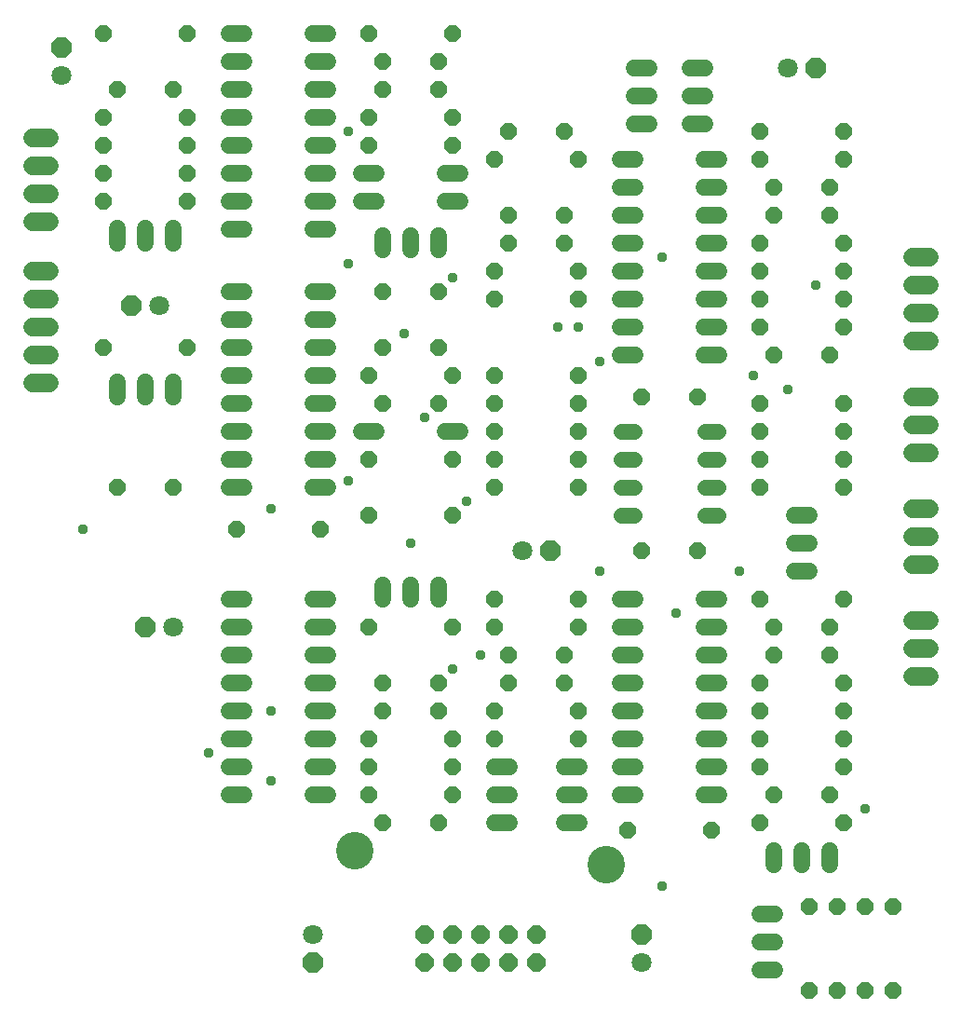
<source format=gbs>
G04 EAGLE Gerber RS-274X export*
G75*
%MOMM*%
%FSLAX34Y34*%
%LPD*%
%INSoldermask Bottom*%
%IPPOS*%
%AMOC8*
5,1,8,0,0,1.08239X$1,22.5*%
G01*
%ADD10C,3.403600*%
%ADD11P,1.951982X8X112.500000*%
%ADD12C,1.803400*%
%ADD13P,1.951982X8X292.500000*%
%ADD14P,1.759533X8X22.500000*%
%ADD15C,1.524000*%
%ADD16P,1.649562X8X22.500000*%
%ADD17C,1.411200*%
%ADD18P,1.649562X8X202.500000*%
%ADD19P,1.951982X8X22.500000*%
%ADD20P,1.951982X8X202.500000*%
%ADD21P,1.649562X8X292.500000*%
%ADD22P,1.649562X8X112.500000*%
%ADD23C,1.727200*%
%ADD24C,0.959600*%


D10*
X311150Y158750D03*
X539750Y146050D03*
D11*
X571500Y82550D03*
D12*
X571500Y57150D03*
D13*
X273050Y57150D03*
D12*
X273050Y82550D03*
D14*
X374650Y57150D03*
X374650Y82550D03*
X400050Y57150D03*
X400050Y82550D03*
X425450Y57150D03*
X425450Y82550D03*
X450850Y57150D03*
X450850Y82550D03*
X476250Y57150D03*
X476250Y82550D03*
D15*
X628396Y209550D02*
X641604Y209550D01*
X641604Y234950D02*
X628396Y234950D01*
X628396Y260350D02*
X641604Y260350D01*
X641604Y285750D02*
X628396Y285750D01*
X628396Y311150D02*
X641604Y311150D01*
X641604Y336550D02*
X628396Y336550D01*
X628396Y361950D02*
X641604Y361950D01*
X641604Y387350D02*
X628396Y387350D01*
X565404Y387350D02*
X552196Y387350D01*
X552196Y361950D02*
X565404Y361950D01*
X565404Y336550D02*
X552196Y336550D01*
X552196Y311150D02*
X565404Y311150D01*
X565404Y285750D02*
X552196Y285750D01*
X552196Y260350D02*
X565404Y260350D01*
X565404Y234950D02*
X552196Y234950D01*
X552196Y209550D02*
X565404Y209550D01*
X286004Y488950D02*
X272796Y488950D01*
X272796Y514350D02*
X286004Y514350D01*
X286004Y641350D02*
X272796Y641350D01*
X272796Y666750D02*
X286004Y666750D01*
X286004Y539750D02*
X272796Y539750D01*
X272796Y565150D02*
X286004Y565150D01*
X286004Y615950D02*
X272796Y615950D01*
X272796Y590550D02*
X286004Y590550D01*
X209804Y666750D02*
X196596Y666750D01*
X196596Y641350D02*
X209804Y641350D01*
X209804Y615950D02*
X196596Y615950D01*
X196596Y590550D02*
X209804Y590550D01*
X209804Y565150D02*
X196596Y565150D01*
X196596Y539750D02*
X209804Y539750D01*
X209804Y514350D02*
X196596Y514350D01*
X196596Y488950D02*
X209804Y488950D01*
X272796Y209550D02*
X286004Y209550D01*
X286004Y234950D02*
X272796Y234950D01*
X272796Y361950D02*
X286004Y361950D01*
X286004Y387350D02*
X272796Y387350D01*
X272796Y260350D02*
X286004Y260350D01*
X286004Y285750D02*
X272796Y285750D01*
X272796Y336550D02*
X286004Y336550D01*
X286004Y311150D02*
X272796Y311150D01*
X209804Y387350D02*
X196596Y387350D01*
X196596Y361950D02*
X209804Y361950D01*
X209804Y336550D02*
X196596Y336550D01*
X196596Y311150D02*
X209804Y311150D01*
X209804Y285750D02*
X196596Y285750D01*
X196596Y260350D02*
X209804Y260350D01*
X209804Y234950D02*
X196596Y234950D01*
X196596Y209550D02*
X209804Y209550D01*
X628396Y609600D02*
X641604Y609600D01*
X641604Y635000D02*
X628396Y635000D01*
X628396Y660400D02*
X641604Y660400D01*
X641604Y685800D02*
X628396Y685800D01*
X628396Y711200D02*
X641604Y711200D01*
X641604Y736600D02*
X628396Y736600D01*
X628396Y762000D02*
X641604Y762000D01*
X641604Y787400D02*
X628396Y787400D01*
X565404Y787400D02*
X552196Y787400D01*
X552196Y762000D02*
X565404Y762000D01*
X565404Y736600D02*
X552196Y736600D01*
X552196Y711200D02*
X565404Y711200D01*
X565404Y685800D02*
X552196Y685800D01*
X552196Y660400D02*
X565404Y660400D01*
X565404Y635000D02*
X552196Y635000D01*
X552196Y609600D02*
X565404Y609600D01*
X286004Y723900D02*
X272796Y723900D01*
X272796Y749300D02*
X286004Y749300D01*
X286004Y774700D02*
X272796Y774700D01*
X272796Y800100D02*
X286004Y800100D01*
X286004Y825500D02*
X272796Y825500D01*
X272796Y850900D02*
X286004Y850900D01*
X286004Y876300D02*
X272796Y876300D01*
X272796Y901700D02*
X286004Y901700D01*
X209804Y901700D02*
X196596Y901700D01*
X196596Y876300D02*
X209804Y876300D01*
X209804Y850900D02*
X196596Y850900D01*
X196596Y825500D02*
X209804Y825500D01*
X209804Y800100D02*
X196596Y800100D01*
X196596Y774700D02*
X209804Y774700D01*
X209804Y749300D02*
X196596Y749300D01*
X196596Y723900D02*
X209804Y723900D01*
X710946Y412750D02*
X724154Y412750D01*
X724154Y463550D02*
X710946Y463550D01*
X710946Y438150D02*
X724154Y438150D01*
D16*
X679450Y488950D03*
X755650Y488950D03*
D17*
X641040Y463550D02*
X628960Y463550D01*
X628960Y488950D02*
X641040Y488950D01*
X641040Y514350D02*
X628960Y514350D01*
X628960Y539750D02*
X641040Y539750D01*
X564840Y539750D02*
X552760Y539750D01*
X552760Y514350D02*
X564840Y514350D01*
X564840Y488950D02*
X552760Y488950D01*
X552760Y463550D02*
X564840Y463550D01*
D18*
X755650Y565150D03*
X679450Y565150D03*
X755650Y514350D03*
X679450Y514350D03*
D16*
X679450Y539750D03*
X755650Y539750D03*
X679450Y660400D03*
X755650Y660400D03*
D18*
X755650Y635000D03*
X679450Y635000D03*
D16*
X692150Y762000D03*
X742950Y762000D03*
X692150Y609600D03*
X742950Y609600D03*
X679450Y711200D03*
X755650Y711200D03*
D15*
X578104Y819150D02*
X564896Y819150D01*
X564896Y869950D02*
X578104Y869950D01*
X578104Y844550D02*
X564896Y844550D01*
X615696Y819150D02*
X628904Y819150D01*
X628904Y869950D02*
X615696Y869950D01*
X615696Y844550D02*
X628904Y844550D01*
D18*
X755650Y685800D03*
X679450Y685800D03*
D19*
X730250Y869950D03*
D12*
X704850Y869950D03*
D16*
X679450Y787400D03*
X755650Y787400D03*
X438150Y660400D03*
X514350Y660400D03*
D18*
X514350Y685800D03*
X438150Y685800D03*
X501650Y711200D03*
X450850Y711200D03*
D16*
X438150Y787400D03*
X514350Y787400D03*
D18*
X755650Y812800D03*
X679450Y812800D03*
D16*
X679450Y311150D03*
X755650Y311150D03*
D15*
X692150Y159004D02*
X692150Y145796D01*
X742950Y145796D02*
X742950Y159004D01*
X717550Y159004D02*
X717550Y145796D01*
D18*
X755650Y184150D03*
X679450Y184150D03*
X755650Y285750D03*
X679450Y285750D03*
X755650Y260350D03*
X679450Y260350D03*
X755650Y234950D03*
X679450Y234950D03*
D16*
X692150Y209550D03*
X742950Y209550D03*
X692150Y361950D03*
X742950Y361950D03*
X679450Y387350D03*
X755650Y387350D03*
D15*
X406654Y774700D02*
X393446Y774700D01*
X330454Y774700D02*
X317246Y774700D01*
X317246Y749300D02*
X330454Y749300D01*
X393446Y749300D02*
X406654Y749300D01*
D18*
X387350Y876300D03*
X336550Y876300D03*
D15*
X336550Y717804D02*
X336550Y704596D01*
X387350Y704596D02*
X387350Y717804D01*
X361950Y717804D02*
X361950Y704596D01*
D16*
X323850Y800100D03*
X400050Y800100D03*
D18*
X400050Y825500D03*
X323850Y825500D03*
D16*
X323850Y901700D03*
X400050Y901700D03*
X450850Y812800D03*
X501650Y812800D03*
X438150Y590550D03*
X514350Y590550D03*
D15*
X95250Y710946D02*
X95250Y724154D01*
X146050Y724154D02*
X146050Y710946D01*
X120650Y710946D02*
X120650Y724154D01*
D18*
X400050Y514350D03*
X323850Y514350D03*
X158750Y800100D03*
X82550Y800100D03*
X158750Y774700D03*
X82550Y774700D03*
X158750Y749300D03*
X82550Y749300D03*
D20*
X107950Y654050D03*
D12*
X133350Y654050D03*
D18*
X158750Y825500D03*
X82550Y825500D03*
X158750Y901700D03*
X82550Y901700D03*
D11*
X44450Y889000D03*
D12*
X44450Y863600D03*
D18*
X514350Y565150D03*
X438150Y565150D03*
X514350Y539750D03*
X438150Y539750D03*
X514350Y514350D03*
X438150Y514350D03*
X514350Y488950D03*
X438150Y488950D03*
D16*
X336550Y311150D03*
X387350Y311150D03*
X323850Y260350D03*
X400050Y260350D03*
D18*
X387350Y184150D03*
X336550Y184150D03*
D16*
X323850Y234950D03*
X400050Y234950D03*
D18*
X400050Y209550D03*
X323850Y209550D03*
D20*
X120650Y361950D03*
D12*
X146050Y361950D03*
D16*
X323850Y361950D03*
X400050Y361950D03*
D15*
X387350Y387096D02*
X387350Y400304D01*
X336550Y400304D02*
X336550Y387096D01*
X361950Y387096D02*
X361950Y400304D01*
D16*
X323850Y463550D03*
X400050Y463550D03*
D15*
X437896Y184150D02*
X451104Y184150D01*
X451104Y234950D02*
X437896Y234950D01*
X437896Y209550D02*
X451104Y209550D01*
D18*
X279400Y450850D03*
X203200Y450850D03*
D15*
X317246Y539750D02*
X330454Y539750D01*
X393446Y539750D02*
X406654Y539750D01*
D16*
X323850Y590550D03*
X400050Y590550D03*
D18*
X387350Y565150D03*
X336550Y565150D03*
X514350Y285750D03*
X438150Y285750D03*
D16*
X336550Y615950D03*
X387350Y615950D03*
D18*
X514350Y260350D03*
X438150Y260350D03*
D16*
X450850Y311150D03*
X501650Y311150D03*
D18*
X514350Y361950D03*
X438150Y361950D03*
X514350Y387350D03*
X438150Y387350D03*
D19*
X488950Y431800D03*
D12*
X463550Y431800D03*
D15*
X501396Y234950D02*
X514604Y234950D01*
X514604Y184150D02*
X501396Y184150D01*
X501396Y209550D02*
X514604Y209550D01*
D16*
X558800Y177800D03*
X635000Y177800D03*
D15*
X95250Y571246D02*
X95250Y584454D01*
X146050Y584454D02*
X146050Y571246D01*
X120650Y571246D02*
X120650Y584454D01*
X679196Y101600D02*
X692404Y101600D01*
X692404Y50800D02*
X679196Y50800D01*
X679196Y76200D02*
X692404Y76200D01*
D18*
X158750Y615950D03*
X82550Y615950D03*
D21*
X800100Y107950D03*
X800100Y31750D03*
X749300Y107950D03*
X749300Y31750D03*
D22*
X723900Y31750D03*
X723900Y107950D03*
D21*
X774700Y107950D03*
X774700Y31750D03*
D18*
X501650Y336550D03*
X450850Y336550D03*
X146050Y850900D03*
X95250Y850900D03*
X501650Y736600D03*
X450850Y736600D03*
D16*
X692150Y736600D03*
X742950Y736600D03*
X336550Y850900D03*
X387350Y850900D03*
X692150Y336550D03*
X742950Y336550D03*
X336550Y285750D03*
X387350Y285750D03*
D18*
X146050Y488950D03*
X95250Y488950D03*
D16*
X336550Y666750D03*
X387350Y666750D03*
D18*
X622300Y571500D03*
X571500Y571500D03*
D16*
X571500Y431800D03*
X622300Y431800D03*
D23*
X817880Y622300D02*
X833120Y622300D01*
X833120Y647700D02*
X817880Y647700D01*
X817880Y673100D02*
X833120Y673100D01*
X833120Y698500D02*
X817880Y698500D01*
X33020Y730250D02*
X17780Y730250D01*
X17780Y755650D02*
X33020Y755650D01*
X33020Y781050D02*
X17780Y781050D01*
X17780Y806450D02*
X33020Y806450D01*
X817880Y520700D02*
X833120Y520700D01*
X833120Y546100D02*
X817880Y546100D01*
X817880Y571500D02*
X833120Y571500D01*
X833120Y419100D02*
X817880Y419100D01*
X817880Y444500D02*
X833120Y444500D01*
X833120Y469900D02*
X817880Y469900D01*
X817880Y368300D02*
X833120Y368300D01*
X833120Y342900D02*
X817880Y342900D01*
X817880Y317500D02*
X833120Y317500D01*
X33020Y685800D02*
X17780Y685800D01*
X17780Y660400D02*
X33020Y660400D01*
X33020Y635000D02*
X17780Y635000D01*
X17780Y609600D02*
X33020Y609600D01*
X33020Y584200D02*
X17780Y584200D01*
D24*
X590550Y127000D03*
X234950Y285750D03*
X234950Y222250D03*
X590550Y698500D03*
X234950Y469900D03*
X603250Y374650D03*
X660400Y412750D03*
X730250Y673100D03*
X304800Y495300D03*
X177800Y247650D03*
X304800Y692150D03*
X425450Y336550D03*
X361950Y438150D03*
X374650Y552450D03*
X400050Y323850D03*
X704850Y577850D03*
X673100Y590550D03*
X774700Y196850D03*
X304800Y812800D03*
X400050Y679450D03*
X495300Y635000D03*
X514350Y635000D03*
X355600Y628650D03*
X533400Y603250D03*
X533400Y412750D03*
X63500Y450850D03*
X412750Y476250D03*
M02*

</source>
